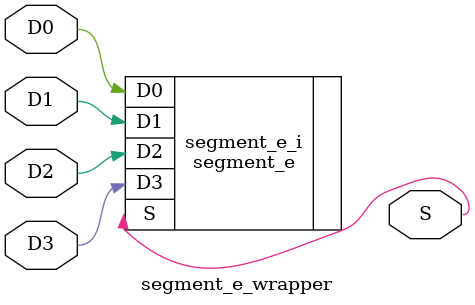
<source format=v>
`timescale 1 ps / 1 ps

module segment_e_wrapper
   (D0,
    D1,
    D2,
    D3,
    S);
  input D0;
  input D1;
  input D2;
  input D3;
  output S;

  wire D0;
  wire D1;
  wire D2;
  wire D3;
  wire S;

  segment_e segment_e_i
       (.D0(D0),
        .D1(D1),
        .D2(D2),
        .D3(D3),
        .S(S));
endmodule

</source>
